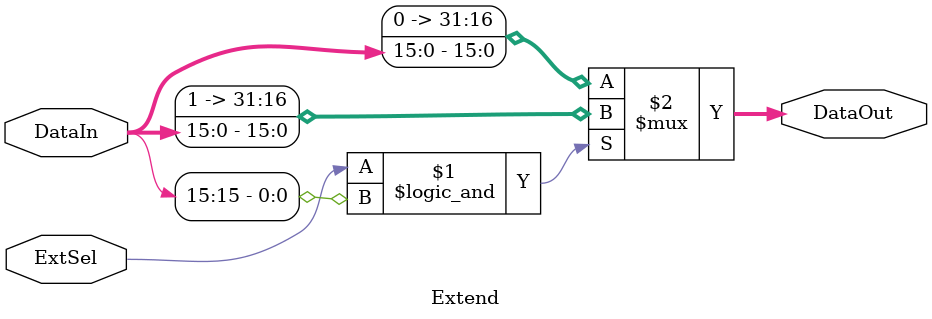
<source format=v>
`timescale 1ns / 1ps

module Extend (DataIn, DataOut, ExtSel);
	input [15:0] DataIn;
	output [31:0] DataOut;
	input ExtSel;
	
	assign DataOut = (ExtSel && DataIn[15]) ? {16'hffff, DataIn} : {16'h0000, DataIn};
endmodule

</source>
